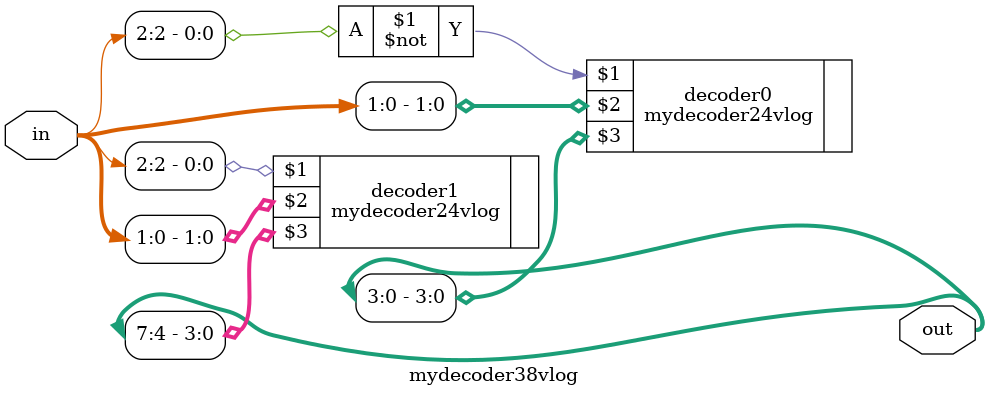
<source format=v>
`timescale 1ps / 1ps
module mydecoder38vlog( in, out );
    input [2:0] in;
    output [7:0] out;
	 wire inv;
	 
		//not inverter0(wire1, in[2]);
		mydecoder24vlog decoder1 (in[2], in[1:0], out[7:4]);
		mydecoder24vlog decoder0 (~in[2], in[1:0], out[3:0]);
	
endmodule

</source>
